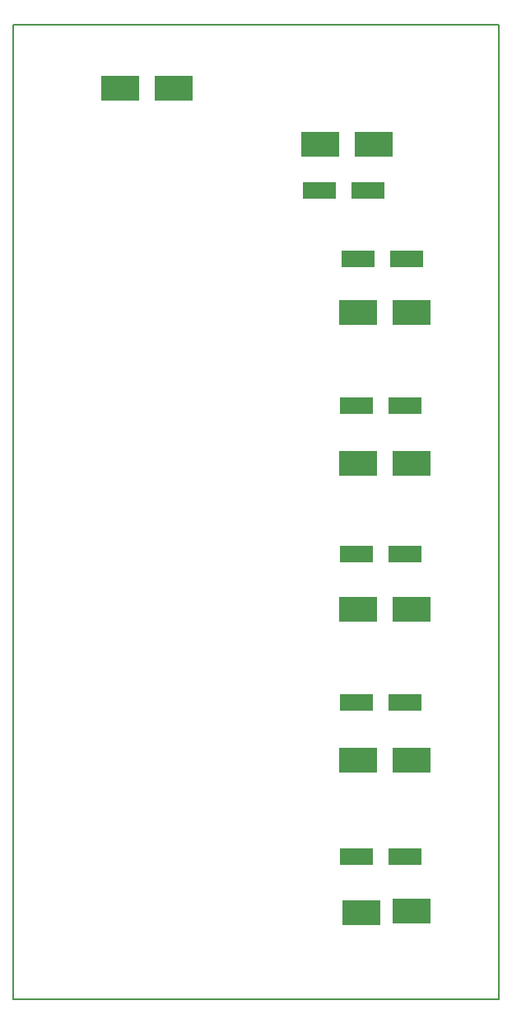
<source format=gbp>
G04 #@! TF.GenerationSoftware,KiCad,Pcbnew,7.0.7*
G04 #@! TF.CreationDate,2024-01-02T20:56:28+01:00*
G04 #@! TF.ProjectId,ventirad,76656e74-6972-4616-942e-6b696361645f,rev?*
G04 #@! TF.SameCoordinates,Original*
G04 #@! TF.FileFunction,Paste,Bot*
G04 #@! TF.FilePolarity,Positive*
%FSLAX46Y46*%
G04 Gerber Fmt 4.6, Leading zero omitted, Abs format (unit mm)*
G04 Created by KiCad (PCBNEW 7.0.7) date 2024-01-02 20:56:28*
%MOMM*%
%LPD*%
G01*
G04 APERTURE LIST*
%ADD10R,3.500120X1.800860*%
%ADD11R,4.000000X2.500000*%
G04 #@! TA.AperFunction,Profile*
%ADD12C,0.150000*%
G04 #@! TD*
G04 APERTURE END LIST*
D10*
X147359360Y-145415000D03*
X142360640Y-145415000D03*
X147359360Y-129540000D03*
X142360640Y-129540000D03*
X147359360Y-114300000D03*
X142360640Y-114300000D03*
X147359360Y-99060000D03*
X142360640Y-99060000D03*
X147499360Y-84000000D03*
X142500640Y-84000000D03*
X143499360Y-77000000D03*
X138500640Y-77000000D03*
D11*
X118000000Y-66500000D03*
X123500000Y-66500000D03*
X148000000Y-151000000D03*
X142860000Y-151130000D03*
X148000000Y-135500000D03*
X142500000Y-135500000D03*
X148000000Y-120000000D03*
X142500000Y-120000000D03*
X148000000Y-105000000D03*
X142500000Y-105000000D03*
X148000000Y-89500000D03*
X142500000Y-89500000D03*
X144140000Y-72205000D03*
X138640000Y-72205000D03*
D12*
X107000000Y-60000000D02*
X157000000Y-60000000D01*
X107000000Y-160000000D02*
X107000000Y-60000000D01*
X157000000Y-160000000D02*
X107000000Y-160000000D01*
X157000000Y-60000000D02*
X157000000Y-160000000D01*
M02*

</source>
